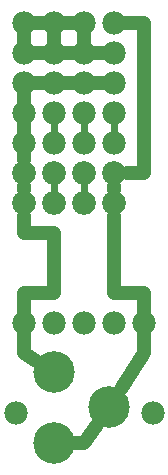
<source format=gbl>
G04 MADE WITH FRITZING*
G04 WWW.FRITZING.ORG*
G04 DOUBLE SIDED*
G04 HOLES PLATED*
G04 CONTOUR ON CENTER OF CONTOUR VECTOR*
%ASAXBY*%
%FSLAX23Y23*%
%MOIN*%
%OFA0B0*%
%SFA1.0B1.0*%
%ADD10C,0.079370*%
%ADD11C,0.078000*%
%ADD12C,0.138425*%
%ADD13C,0.048000*%
%ADD14C,0.024000*%
%LNCOPPER0*%
G90*
G70*
G54D10*
X103Y1101D03*
X203Y1101D03*
X303Y1101D03*
X403Y1101D03*
X103Y1001D03*
X203Y1001D03*
X303Y1001D03*
X403Y1001D03*
G54D11*
X403Y1201D03*
X403Y1301D03*
X403Y1401D03*
X403Y1501D03*
X403Y1601D03*
X303Y1201D03*
X303Y1301D03*
X303Y1401D03*
X303Y1501D03*
X303Y1601D03*
X203Y1201D03*
X203Y1301D03*
X203Y1401D03*
X203Y1501D03*
X203Y1601D03*
X103Y1201D03*
X103Y1301D03*
X103Y1401D03*
X103Y1501D03*
X103Y1601D03*
G54D12*
X387Y320D03*
X203Y436D03*
X203Y201D03*
G54D11*
X103Y601D03*
X203Y601D03*
X303Y601D03*
X403Y601D03*
X503Y601D03*
X75Y301D03*
X531Y301D03*
G54D13*
X102Y902D02*
X202Y902D01*
D02*
X202Y902D02*
X202Y702D01*
D02*
X102Y702D02*
X103Y642D01*
D02*
X202Y702D02*
X102Y702D01*
D02*
X103Y959D02*
X102Y902D01*
D02*
X404Y702D02*
X503Y702D01*
D02*
X503Y702D02*
X503Y642D01*
D02*
X403Y959D02*
X404Y702D01*
D02*
X503Y500D02*
X426Y380D01*
D02*
X503Y560D02*
X503Y500D01*
D02*
X346Y262D02*
X303Y201D01*
D02*
X303Y201D02*
X274Y201D01*
D02*
X103Y501D02*
X103Y560D01*
D02*
X143Y475D02*
X103Y501D01*
D02*
X444Y1601D02*
X503Y1600D01*
D02*
X503Y1600D02*
X503Y1101D01*
D02*
X503Y1101D02*
X445Y1101D01*
D02*
X103Y1560D02*
X103Y1542D01*
D02*
X344Y1501D02*
X362Y1501D01*
D02*
X103Y1360D02*
X103Y1342D01*
D02*
X162Y1401D02*
X144Y1401D01*
G54D14*
D02*
X203Y1271D02*
X203Y1231D01*
D02*
X303Y1271D02*
X303Y1231D01*
G54D13*
D02*
X162Y1601D02*
X144Y1601D01*
D02*
X103Y1043D02*
X103Y1059D01*
D02*
X103Y1260D02*
X103Y1242D01*
D02*
X303Y1542D02*
X303Y1560D01*
G54D14*
D02*
X203Y1032D02*
X203Y1070D01*
G54D13*
D02*
X203Y1542D02*
X203Y1560D01*
D02*
X403Y1043D02*
X403Y1059D01*
D02*
X362Y1401D02*
X344Y1401D01*
D02*
X244Y1501D02*
X262Y1501D01*
D02*
X103Y1160D02*
X103Y1143D01*
D02*
X262Y1401D02*
X244Y1401D01*
G54D14*
D02*
X403Y1271D02*
X403Y1231D01*
D02*
X303Y1032D02*
X303Y1070D01*
G54D13*
D02*
X262Y1601D02*
X244Y1601D01*
D02*
X144Y1501D02*
X162Y1501D01*
G04 End of Copper0*
M02*
</source>
